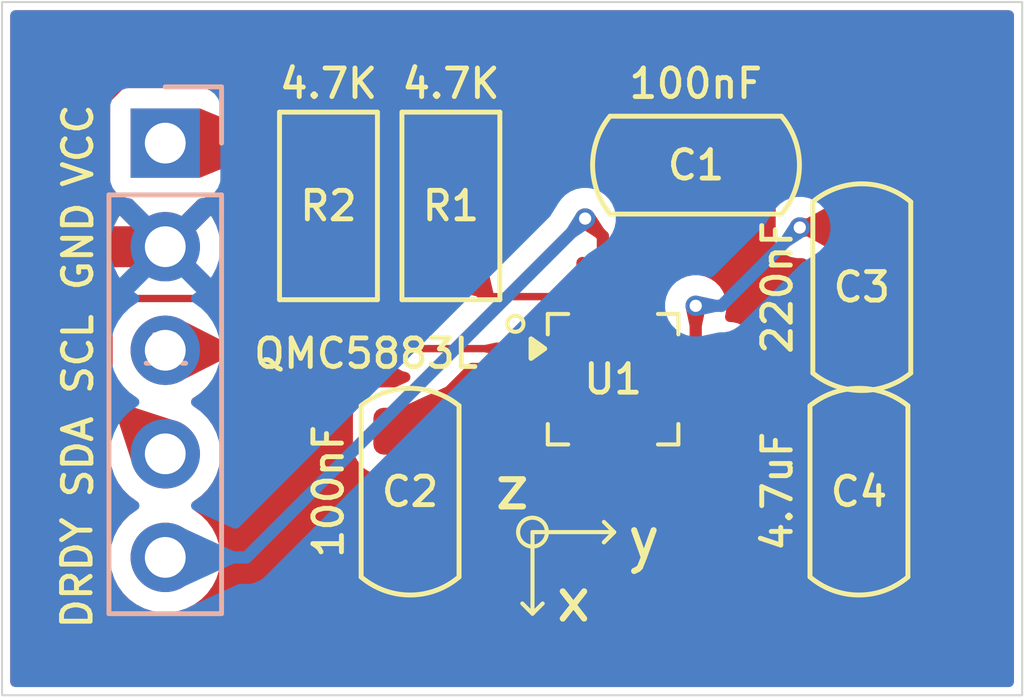
<source format=kicad_pcb>
(kicad_pcb (version 20241229) (generator "pcbnew") (generator_version "9.0")
  (layers (0 "F.Cu" signal) (2 "B.Cu" signal) (13 "F.Paste" user) (15 "B.Paste" user) (5 "F.SilkS" user "F.Silkscreen") (7 "B.SilkS" user "B.Silkscreen") (1 "F.Mask" user) (3 "B.Mask" user) (25 "Edge.Cuts" user))
  (net 0 "")
  (net 6 "VCC")
  (net 7 "GND")
  (net 8 "Net-(U1-SETC)")
  (net 9 "Net-(U1-STEP)")
  (net 10 "Net-(U1-C1)")
  (net 11 "/SDA")
  (net 12 "/DRDY")
  (net 13 "/SCL")
  (footprint "PCM_Capacitor_SMD_AKL:C_1206_3216Metric" (layer "F.Cu") (at 105 83 -90)
    (property "Reference" "C2" (at 0.007668 0 180) (layer "F.SilkS") (effects (font (size 0.7 0.7) (thickness 0.12))))
    (property "Value" "100nF" (at 0 2 90) (layer "F.SilkS") (effects (font (size 0.7 0.7) (thickness 0.12))))
    (fp_line (start -2.1 1.2) (end 2.1 1.2) (stroke (width 0.12)) (layer "F.SilkS"))
    (fp_line (start 2.1 -1.2) (end -2.1 -1.2) (stroke (width 0.12)) (layer "F.SilkS"))
    (fp_arc (start -2.1 1.2) (mid -2.526625 0) (end -2.1 -1.2) (stroke (width 0.12)) (layer "F.SilkS"))
    (fp_arc (start 2.1 -1.2) (mid 2.541962 0) (end 2.1 1.2) (stroke (width 0.12)) (layer "F.SilkS"))
    (pad "1" smd roundrect (at -1.475 0 270) (size 1.15 1.8) (layers "F.Cu" "F.Mask" "F.Paste") (roundrect_rratio 0.217391) (net 6 "VCC"))
    (pad "2" smd roundrect (at 1.475 0 270) (size 1.15 1.8) (layers "F.Cu" "F.Mask" "F.Paste") (roundrect_rratio 0.217391) (net 7 "GND"))
  )
  (footprint "PCM_Resistor_SMD_AKL:R_1206_3216Metric" (layer "F.Cu") (at 103 76 -90)
    (property "Reference" "R2" (at 0 0 180) (layer "F.SilkS") (effects (font (size 0.7 0.7) (thickness 0.12))))
    (property "Value" "4.7K" (at -3 0 180) (layer "F.SilkS") (effects (font (size 0.7 0.7) (thickness 0.12))))
    (fp_line (start -2.3 1.2) (end 2.3 1.2) (stroke (width 0.12)) (layer "F.SilkS"))
    (fp_line (start 2.3 1.2) (end 2.3 -1.2) (stroke (width 0.12)) (layer "F.SilkS"))
    (fp_line (start -2.3 -1.2) (end -2.3 1.2) (stroke (width 0.12)) (layer "F.SilkS"))
    (fp_line (start 2.3 -1.2) (end -2.3 -1.2) (stroke (width 0.12)) (layer "F.SilkS"))
    (pad "1" smd roundrect (at -1.4625 0 270) (size 1.125 1.75) (layers "F.Cu" "F.Mask" "F.Paste") (roundrect_rratio 0.222222) (net 6 "VCC"))
    (pad "2" smd roundrect (at 1.4625 0 270) (size 1.125 1.75) (layers "F.Cu" "F.Mask" "F.Paste") (roundrect_rratio 0.222222) (net 13 "/SCL"))
  )
  (footprint "PCM_Resistor_SMD_AKL:R_1206_3216Metric" (layer "F.Cu") (at 106 76 -90)
    (property "Reference" "R1" (at 0 0 180) (layer "F.SilkS") (effects (font (size 0.7 0.7) (thickness 0.12))))
    (property "Value" "4.7K" (at -3 0 180) (layer "F.SilkS") (effects (font (size 0.7 0.7) (thickness 0.12))))
    (fp_line (start -2.3 1.2) (end 2.3 1.2) (stroke (width 0.12)) (layer "F.SilkS"))
    (fp_line (start 2.3 1.2) (end 2.3 -1.2) (stroke (width 0.12)) (layer "F.SilkS"))
    (fp_line (start -2.3 -1.2) (end -2.3 1.2) (stroke (width 0.12)) (layer "F.SilkS"))
    (fp_line (start 2.3 -1.2) (end -2.3 -1.2) (stroke (width 0.12)) (layer "F.SilkS"))
    (pad "1" smd roundrect (at -1.4625 0 270) (size 1.125 1.75) (layers "F.Cu" "F.Mask" "F.Paste") (roundrect_rratio 0.222222) (net 6 "VCC"))
    (pad "2" smd roundrect (at 1.4625 0 270) (size 1.125 1.75) (layers "F.Cu" "F.Mask" "F.Paste") (roundrect_rratio 0.222222) (net 11 "/SDA"))
  )
  (footprint "PCM_Capacitor_SMD_AKL:C_1206_3216Metric" (layer "F.Cu") (at 116 83 -90)
    (property "Reference" "C4" (at 0.007668 0 180) (layer "F.SilkS") (effects (font (size 0.7 0.7) (thickness 0.12))))
    (property "Value" "4.7uF" (at 0 2 90) (layer "F.SilkS") (effects (font (size 0.7 0.7) (thickness 0.12))))
    (fp_line (start -2.1 1.2) (end 2.1 1.2) (stroke (width 0.12)) (layer "F.SilkS"))
    (fp_line (start 2.1 -1.2) (end -2.1 -1.2) (stroke (width 0.12)) (layer "F.SilkS"))
    (fp_arc (start -2.1 1.2) (mid -2.526625 0) (end -2.1 -1.2) (stroke (width 0.12)) (layer "F.SilkS"))
    (fp_arc (start 2.1 -1.2) (mid 2.541962 0) (end 2.1 1.2) (stroke (width 0.12)) (layer "F.SilkS"))
    (pad "1" smd roundrect (at -1.475 0 270) (size 1.15 1.8) (layers "F.Cu" "F.Mask" "F.Paste") (roundrect_rratio 0.217391) (net 10 "Net-(U1-C1)"))
    (pad "2" smd roundrect (at 1.475 0 270) (size 1.15 1.8) (layers "F.Cu" "F.Mask" "F.Paste") (roundrect_rratio 0.217391) (net 7 "GND"))
  )
  (footprint "PCM_Capacitor_SMD_AKL:C_1206_3216Metric" (layer "F.Cu") (at 116.07 78 90)
    (property "Reference" "C3" (at 0.007668 0 180) (layer "F.SilkS") (effects (font (size 0.7 0.7) (thickness 0.12))))
    (property "Value" "220nF" (at 0 -2.07 90) (layer "F.SilkS") (effects (font (size 0.7 0.7) (thickness 0.12))))
    (fp_line (start 2.1 -1.2) (end -2.1 -1.2) (stroke (width 0.12)) (layer "F.SilkS"))
    (fp_line (start -2.1 1.2) (end 2.1 1.2) (stroke (width 0.12)) (layer "F.SilkS"))
    (fp_arc (start 2.1 -1.2) (mid 2.541962 0) (end 2.1 1.2) (stroke (width 0.12)) (layer "F.SilkS"))
    (fp_arc (start -2.1 1.2) (mid -2.526625 0) (end -2.1 -1.2) (stroke (width 0.12)) (layer "F.SilkS"))
    (pad "1" smd roundrect (at -1.475 0 90) (size 1.15 1.8) (layers "F.Cu" "F.Mask" "F.Paste") (roundrect_rratio 0.217391) (net 9 "Net-(U1-STEP)"))
    (pad "2" smd roundrect (at 1.475 0 90) (size 1.15 1.8) (layers "F.Cu" "F.Mask" "F.Paste") (roundrect_rratio 0.217391) (net 8 "Net-(U1-SETC)"))
  )
  (footprint "Library:LGA-16_3x3mm_P0.5mm" (layer "F.Cu") (at 109.975 80.25)
    (property "Reference" "U1" (at 0 0 0) (layer "F.SilkS") (effects (font (size 0.7 0.7) (thickness 0.12))))
    (property "Value" "QMC5883L" (at -6.055 -0.63 0) (layer "F.SilkS") (effects (font (size 0.7 0.7) (thickness 0.12))))
    (fp_line (start -1.6 -1.6) (end -1.6 -1.1) (stroke (width 0.1)) (layer "F.SilkS"))
    (fp_line (start -1.6 -1.6) (end -1.1 -1.6) (stroke (width 0.1)) (layer "F.SilkS"))
    (fp_line (start -1.6 1.6) (end -1.6 1.1) (stroke (width 0.1)) (layer "F.SilkS"))
    (fp_line (start -1.6 1.6) (end -1.1 1.6) (stroke (width 0.1)) (layer "F.SilkS"))
    (fp_line (start 1.1 -1.6) (end 1.6 -1.6) (stroke (width 0.1)) (layer "F.SilkS"))
    (fp_line (start 1.6 -1.6) (end 1.6 -1.1) (stroke (width 0.1)) (layer "F.SilkS"))
    (fp_line (start 1.6 1.6) (end 1.1 1.6) (stroke (width 0.1)) (layer "F.SilkS"))
    (fp_line (start 1.6 1.6) (end 1.6 1.1) (stroke (width 0.1)) (layer "F.SilkS"))
    (fp_poly (pts (xy -1.675 -0.75) (xy -2.011 -0.51) (xy -2.011 -0.99) (xy -1.675 -0.75)) (stroke (width 0.12)) (fill yes) (layer "F.SilkS"))
    (pad "1" smd oval (at -2.025 -0.75 90) (size 0.3 1.95) (layers "F.Cu" "F.Mask" "F.Paste") (net 13 "/SCL"))
    (pad "2" smd oval (at -2.025 -0.25 90) (size 0.3 1.95) (layers "F.Cu" "F.Mask" "F.Paste") (net 6 "VCC"))
    (pad "3" smd oval (at -2.025 0.25 90) (size 0.3 1.95) (layers "F.Cu" "F.Mask" "F.Paste"))
    (pad "4" smd oval (at -2.025 0.75 90) (size 0.3 1.95) (layers "F.Cu" "F.Mask" "F.Paste") (net 6 "VCC"))
    (pad "5" smd oval (at -0.75 2.025) (size 0.3 1.95) (layers "F.Cu" "F.Mask" "F.Paste"))
    (pad "6" smd oval (at -0.25 2.025) (size 0.3 1.95) (layers "F.Cu" "F.Mask" "F.Paste"))
    (pad "7" smd oval (at 0.25 2.025) (size 0.3 1.95) (layers "F.Cu" "F.Mask" "F.Paste"))
    (pad "8" smd oval (at 0.75 2.025) (size 0.3 1.95) (layers "F.Cu" "F.Mask" "F.Paste") (net 9 "Net-(U1-STEP)"))
    (pad "9" smd oval (at 2.025 0.75 90) (size 0.3 1.95) (layers "F.Cu" "F.Mask" "F.Paste") (net 7 "GND"))
    (pad "10" smd oval (at 2.025 0.25 90) (size 0.3 1.95) (layers "F.Cu" "F.Mask" "F.Paste") (net 10 "Net-(U1-C1)"))
    (pad "11" smd oval (at 2.025 -0.25 90) (size 0.3 1.95) (layers "F.Cu" "F.Mask" "F.Paste") (net 7 "GND"))
    (pad "12" smd oval (at 2.025 -0.75 90) (size 0.3 1.95) (layers "F.Cu" "F.Mask" "F.Paste") (net 8 "Net-(U1-SETC)"))
    (pad "13" smd oval (at 0.75 -2.025) (size 0.3 1.95) (layers "F.Cu" "F.Mask" "F.Paste") (net 6 "VCC"))
    (pad "14" smd oval (at 0.25 -2.025) (size 0.3 1.95) (layers "F.Cu" "F.Mask" "F.Paste"))
    (pad "15" smd oval (at -0.25 -2.025) (size 0.3 1.95) (layers "F.Cu" "F.Mask" "F.Paste") (net 12 "/DRDY"))
    (pad "16" smd oval (at -0.75 -2.025) (size 0.3 1.95) (layers "F.Cu" "F.Mask" "F.Paste") (net 11 "/SDA"))
  )
  (footprint "PCM_Capacitor_SMD_AKL:C_1206_3216Metric" (layer "F.Cu") (at 112 75)
    (property "Reference" "C1" (at 0.007668 0 0) (layer "F.SilkS") (effects (font (size 0.7 0.7) (thickness 0.12))))
    (property "Value" "100nF" (at 0 -2 0) (layer "F.SilkS") (effects (font (size 0.7 0.7) (thickness 0.12))))
    (fp_line (start -2.1 1.2) (end 2.1 1.2) (stroke (width 0.12)) (layer "F.SilkS"))
    (fp_line (start 2.1 -1.2) (end -2.1 -1.2) (stroke (width 0.12)) (layer "F.SilkS"))
    (fp_arc (start -2.1 1.2) (mid -2.526625 0) (end -2.1 -1.2) (stroke (width 0.12)) (layer "F.SilkS"))
    (fp_arc (start 2.1 -1.2) (mid 2.541962 0) (end 2.1 1.2) (stroke (width 0.12)) (layer "F.SilkS"))
    (pad "1" smd roundrect (at -1.475 0) (size 1.15 1.8) (layers "F.Cu" "F.Mask" "F.Paste") (roundrect_rratio 0.217391) (net 6 "VCC"))
    (pad "2" smd roundrect (at 1.475 0) (size 1.15 1.8) (layers "F.Cu" "F.Mask" "F.Paste") (roundrect_rratio 0.217391) (net 7 "GND"))
  )
  (footprint "Connector_PinHeader_2.54mm:PinHeader_1x05_P2.54mm_Vertical" (layer "B.Cu") (at 99 74.46 180)
    (property "Reference" "J1" (at 0 -5.08 0) (layer "B.SilkS") (effects (font (size 0.7 0.7) (thickness 0.12)) (justify mirror)))
    (property "Value" "Conn_01x05" (hide yes))
    (fp_line (start 1.38 -1.27) (end 1.38 -11.54) (stroke (width 0.12)) (layer "B.SilkS"))
    (fp_line (start -1.38 1.38) (end 0 1.38) (stroke (width 0.12)) (layer "B.SilkS"))
    (fp_line (start -1.38 0) (end -1.38 1.38) (stroke (width 0.12)) (layer "B.SilkS"))
    (fp_line (start -1.38 -1.27) (end 1.38 -1.27) (stroke (width 0.12)) (layer "B.SilkS"))
    (fp_line (start -1.38 -1.27) (end -1.38 -11.54) (stroke (width 0.12)) (layer "B.SilkS"))
    (fp_line (start -1.38 -11.54) (end 1.38 -11.54) (stroke (width 0.12)) (layer "B.SilkS"))
    (pad "1" thru_hole rect (at 0 0 180) (size 1.7 1.7) (drill 1) (layers "*.Cu" "*.Mask") (net 6 "VCC"))
    (pad "2" thru_hole circle (at 0 -2.54 180) (size 1.7 1.7) (drill 1) (layers "*.Cu" "*.Mask") (net 7 "GND"))
    (pad "3" thru_hole circle (at 0 -5.08 180) (size 1.7 1.7) (drill 1) (layers "*.Cu" "*.Mask") (net 13 "/SCL"))
    (pad "4" thru_hole circle (at 0 -7.62 180) (size 1.7 1.7) (drill 1) (layers "*.Cu" "*.Mask") (net 11 "/SDA"))
    (pad "5" thru_hole circle (at 0 -10.16 180) (size 1.7 1.7) (drill 1) (layers "*.Cu" "*.Mask") (net 12 "/DRDY"))
  )
  (gr_line (start 110 84) (end 109.75 83.75) (stroke (width 0.1)) (layer "F.SilkS"))
  (gr_line (start 110 84) (end 108 84) (stroke (width 0.1)) (layer "F.SilkS"))
  (gr_circle (center 108 84) (end 108.25 84.25) (stroke (width 0.1)) (fill no) (layer "F.SilkS"))
  (gr_line (start 108 86) (end 107.75 85.75) (stroke (width 0.1)) (layer "F.SilkS"))
  (gr_line (start 109.75 84.25) (end 110 84) (stroke (width 0.1)) (layer "F.SilkS"))
  (gr_line (start 108 84) (end 110 84) (stroke (width 0.1)) (layer "F.SilkS"))
  (gr_circle (center 107.58 78.89) (end 107.72 79.03) (stroke (width 0.1)) (fill no) (layer "F.SilkS"))
  (gr_line (start 110 84) (end 109.75 84.25) (stroke (width 0.1)) (layer "F.SilkS"))
  (gr_line (start 108 84) (end 108 86) (stroke (width 0.1)) (layer "F.SilkS"))
  (gr_line (start 108 86) (end 108.25 85.75) (stroke (width 0.1)) (layer "F.SilkS"))
  (gr_rect (start 95 71) (end 120 88) (stroke (width 0.05)) (fill no) (layer "Edge.Cuts"))
  (gr_text "x" (at 108.5 86.25 0) (layer "F.SilkS") (effects (font (size 1 1)) (justify left bottom)))
  (gr_text "z" (at 107 83.5 0) (layer "F.SilkS") (effects (font (size 1 1)) (justify left bottom)))
  (gr_text "SDA" (at 97.27 83.22 90) (layer "F.SilkS") (effects (font (size 0.7 0.7) (thickness 0.12) (bold yes)) (justify left bottom)))
  (gr_text "GND" (at 97.27 78.14 90) (layer "F.SilkS") (effects (font (size 0.7 0.7) (thickness 0.12) (bold yes)) (justify left bottom)))
  (gr_text "DRDY" (at 97.25 86.43 90) (layer "F.SilkS") (effects (font (size 0.7 0.7) (thickness 0.12) (bold yes)) (justify left bottom)))
  (gr_text "SCL" (at 97.27 80.68 90) (layer "F.SilkS") (effects (font (size 0.7 0.7) (thickness 0.12) (bold yes)) (justify left bottom)))
  (gr_text "VCC" (at 97.27 75.6 90) (layer "F.SilkS") (effects (font (size 0.7 0.7) (thickness 0.12) (bold yes)) (justify left bottom)))
  (gr_text "y" (at 110.25 84.75 0) (layer "F.SilkS") (effects (font (size 1 1)) (justify left bottom)))
  (segment (start 109.67 80.32) (end 110.725 79.265) (width 0.3) (layer "F.Cu") (net 6))
  (segment (start 105.9225 74.46) (end 106 74.5375) (width 1) (layer "F.Cu") (net 6))
  (segment (start 107.95 81) (end 108.99 81) (width 0.3) (layer "F.Cu") (net 6))
  (segment (start 107.08 81) (end 107.95 81) (width 0.3) (layer "F.Cu") (net 6))
  (segment (start 106.555 81.525) (end 107.08 81) (width 0.3) (layer "F.Cu") (net 6))
  (segment (start 110.0625 74.5375) (end 110.525 75) (width 1) (layer "F.Cu") (net 6))
  (segment (start 106 74.5375) (end 110.0625 74.5375) (width 1) (layer "F.Cu") (net 6))
  (segment (start 109.35 80) (end 109.67 80.32) (width 0.3) (layer "F.Cu") (net 6))
  (segment (start 108.99 81) (end 109.67 80.32) (width 0.3) (layer "F.Cu") (net 6))
  (segment (start 106.525 80) (end 105 81.525) (width 0.3) (layer "F.Cu") (net 6))
  (segment (start 107.95 80) (end 106.525 80) (width 0.3) (layer "F.Cu") (net 6))
  (segment (start 110.725 79.265) (end 110.725 78.225) (width 0.3) (layer "F.Cu") (net 6))
  (segment (start 110.725 78.225) (end 110.725 75.2) (width 0.3) (layer "F.Cu") (net 6))
  (segment (start 110.725 75.2) (end 110.525 75) (width 0.3) (layer "F.Cu") (net 6))
  (segment (start 107.95 80) (end 109.35 80) (width 0.3) (layer "F.Cu") (net 6))
  (segment (start 105 81.525) (end 106.555 81.525) (width 0.5) (layer "F.Cu") (net 6))
  (segment (start 99 74.46) (end 105.9225 74.46) (width 1) (layer "F.Cu") (net 6))
  (segment (start 112 80) (end 110.96 80) (width 0.3) (layer "F.Cu") (net 7))
  (segment (start 117.12 74.45) (end 118.86 76.19) (width 1) (layer "F.Cu") (net 7))
  (segment (start 118.86 82.71) (end 117.095 84.475) (width 1) (layer "F.Cu") (net 7))
  (segment (start 110.935 72.46) (end 113.475 75) (width 1) (layer "F.Cu") (net 7))
  (segment (start 99 77) (end 96.56 77) (width 1) (layer "F.Cu") (net 7))
  (segment (start 96.549 85.089) (end 98.01 86.55) (width 1) (layer "F.Cu") (net 7))
  (segment (start 96.549 84.362446) (end 96.549 85.089) (width 1) (layer "F.Cu") (net 7))
  (segment (start 110.96 80) (end 110.56 80.4) (width 0.3) (layer "F.Cu") (net 7))
  (segment (start 113.71 75.235) (end 113.475 75) (width 0.3) (layer "F.Cu") (net 7))
  (segment (start 112 80) (end 113.145 80) (width 0.3) (layer "F.Cu") (net 7))
  (segment (start 110.56 80.4) (end 110.56 80.61) (width 0.3) (layer "F.Cu") (net 7))
  (segment (start 97.93 72.46) (end 110.935 72.46) (width 1) (layer "F.Cu") (net 7))
  (segment (start 96.549 77.101) (end 96.549 84.362446) (width 1) (layer "F.Cu") (net 7))
  (segment (start 116 84.475) (end 105 84.475) (width 1) (layer "F.Cu") (net 7))
  (segment (start 99 77) (end 96.65 77) (width 1) (layer "F.Cu") (net 7))
  (segment (start 117.095 84.475) (end 116 84.475) (width 1) (layer "F.Cu") (net 7))
  (segment (start 114.025 74.45) (end 117.12 74.45) (width 1) (layer "F.Cu") (net 7))
  (segment (start 96.56 73.83) (end 97.93 72.46) (width 1) (layer "F.Cu") (net 7))
  (segment (start 96.549 73.841) (end 96.56 73.83) (width 1) (layer "F.Cu") (net 7))
  (segment (start 96.549 84.362446) (end 96.549 73.841) (width 1) (layer "F.Cu") (net 7))
  (segment (start 113.71 79.435) (end 113.71 75.235) (width 0.5) (layer "F.Cu") (net 7))
  (segment (start 110.95 81) (end 112 81) (width 0.3) (layer "F.Cu") (net 7))
  (segment (start 102.925 86.55) (end 105 84.475) (width 1) (layer "F.Cu") (net 7))
  (segment (start 118.86 76.19) (end 118.86 82.71) (width 1) (layer "F.Cu") (net 7))
  (segment (start 98.01 86.55) (end 102.925 86.55) (width 1) (layer "F.Cu") (net 7))
  (segment (start 113.145 80) (end 113.71 79.435) (width 0.3) (layer "F.Cu") (net 7))
  (segment (start 113.475 75) (end 114.025 74.45) (width 1) (layer "F.Cu") (net 7))
  (segment (start 96.65 77) (end 96.549 77.101) (width 1) (layer "F.Cu") (net 7))
  (segment (start 96.56 77) (end 96.56 73.83) (width 1) (layer "F.Cu") (net 7))
  (segment (start 110.56 80.61) (end 110.95 81) (width 0.3) (layer "F.Cu") (net 7))
  (segment (start 112 79.5) (end 112 78.45) (width 0.3) (layer "F.Cu") (net 8))
  (segment (start 116.07 76.525) (end 114.555 76.525) (width 0.3) (layer "F.Cu") (net 8))
  (segment (start 114.555 76.525) (end 114.55 76.52) (width 0.18) (layer "F.Cu") (net 8))
  (via (at 112 78.45) (size 0.5) (drill 0.3) (layers "F.Cu" "B.Cu") (net 8))
  (via (at 114.55 76.53) (size 0.5) (drill 0.3) (layers "F.Cu" "B.Cu") (net 8))
  (segment (start 112 78.45) (end 112.63 78.45) (width 0.3) (layer "B.Cu") (net 8))
  (segment (start 112.63 78.45) (end 114.55 76.53) (width 0.3) (layer "B.Cu") (net 8))
  (segment (start 114.52 82.8) (end 113.995 82.275) (width 0.3) (layer "F.Cu") (net 9))
  (segment (start 117.68 80.63) (end 117.68 82.06) (width 0.3) (layer "F.Cu") (net 9))
  (segment (start 113.995 82.275) (end 110.725 82.275) (width 0.3) (layer "F.Cu") (net 9))
  (segment (start 116.525 79.475) (end 117.68 80.63) (width 0.3) (layer "F.Cu") (net 9))
  (segment (start 117.68 82.06) (end 116.94 82.8) (width 0.3) (layer "F.Cu") (net 9))
  (segment (start 116.07 79.475) (end 116.525 79.475) (width 0.18) (layer "F.Cu") (net 9))
  (segment (start 116.94 82.8) (end 114.52 82.8) (width 0.3) (layer "F.Cu") (net 9))
  (segment (start 113.35 80.5) (end 114.375 81.525) (width 0.3) (layer "F.Cu") (net 10))
  (segment (start 114.375 81.525) (end 116 81.525) (width 0.3) (layer "F.Cu") (net 10))
  (segment (start 112 80.5) (end 113.35 80.5) (width 0.3) (layer "F.Cu") (net 10))
  (segment (start 106.7625 78.225) (end 106 77.4625) (width 0.18) (layer "F.Cu") (net 11))
  (segment (start 106 77.4625) (end 104.8075 76.27) (width 0.18) (layer "F.Cu") (net 11))
  (segment (start 101.89 76.27) (end 99.89 78.27) (width 0.18) (layer "F.Cu") (net 11))
  (segment (start 97.62 78.77) (end 97.62 80.7) (width 0.18) (layer "F.Cu") (net 11))
  (segment (start 104.8075 76.27) (end 101.89 76.27) (width 0.18) (layer "F.Cu") (net 11))
  (segment (start 99.89 78.27) (end 98.12 78.27) (width 0.18) (layer "F.Cu") (net 11))
  (segment (start 97.62 80.7) (end 99 82.08) (width 0.18) (layer "F.Cu") (net 11))
  (segment (start 109.225 78.225) (end 106.7625 78.225) (width 0.18) (layer "F.Cu") (net 11))
  (segment (start 98.12 78.27) (end 97.62 78.77) (width 0.18) (layer "F.Cu") (net 11))
  (segment (start 109.725 76.745) (end 109.29 76.31) (width 0.3) (layer "F.Cu") (net 12))
  (segment (start 109.725 78.225) (end 109.725 76.745) (width 0.3) (layer "F.Cu") (net 12))
  (via (at 109.29 76.31) (size 0.5) (drill 0.3) (layers "F.Cu" "B.Cu") (net 12))
  (segment (start 100.99 84.62) (end 99 84.62) (width 0.3) (layer "B.Cu") (net 12))
  (segment (start 109.29 76.31) (end 109.29 76.32) (width 0.3) (layer "B.Cu") (net 12))
  (segment (start 109.29 76.32) (end 100.99 84.62) (width 0.3) (layer "B.Cu") (net 12))
  (segment (start 103 77.49) (end 100.95 79.54) (width 0.18) (layer "F.Cu") (net 13))
  (segment (start 107.95 79.5) (end 105.0375 79.5) (width 0.18) (layer "F.Cu") (net 13))
  (segment (start 105.0375 79.5) (end 103 77.4625) (width 0.18) (layer "F.Cu") (net 13))
  (segment (start 103 77.4625) (end 103 77.49) (width 0.18) (layer "F.Cu") (net 13))
  (segment (start 100.95 79.54) (end 99 79.54) (width 0.18) (layer "F.Cu") (net 13))
  (zone (net 7) (net_name "GND") (layers "F.Cu" "B.Cu") (name "GND") (priority 3) (connect_pads (clearance 0.5)) (min_thickness 0.25) (fill yes (thermal_gap 0.5) (thermal_bridge_width 0.5))
    (polygon (pts (xy 95 71) (xy 95 88) (xy 120 88) (xy 120 71)))
  )
)
</source>
